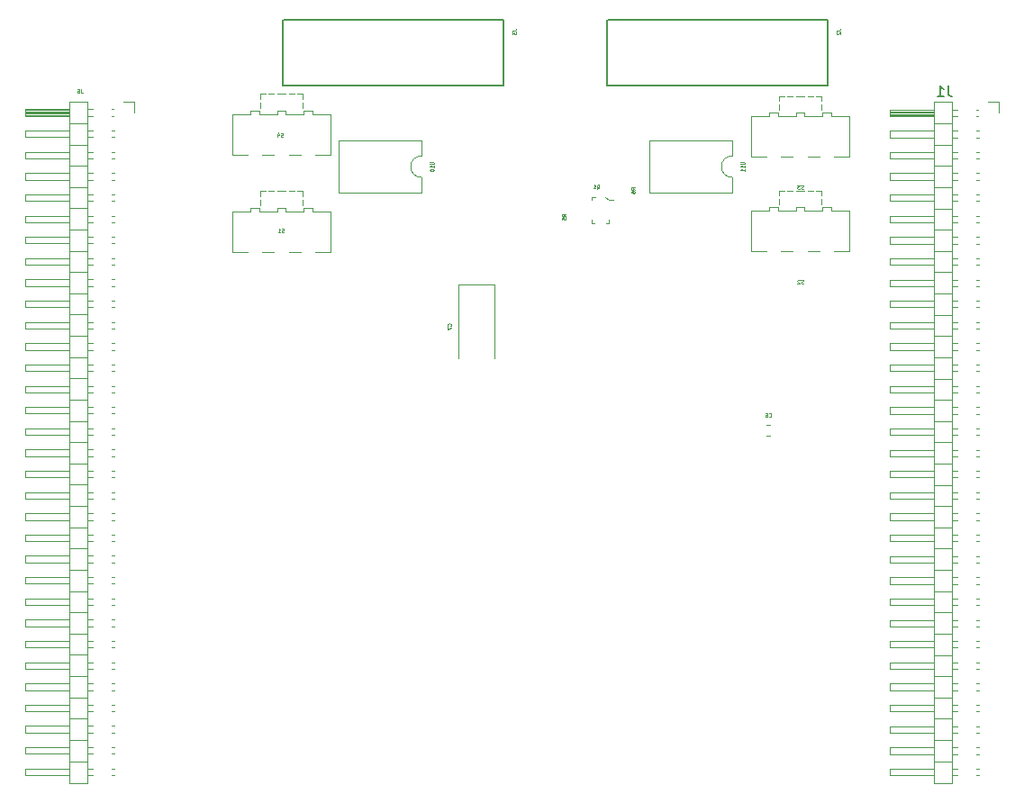
<source format=gbr>
G04 #@! TF.GenerationSoftware,KiCad,Pcbnew,(5.0.2)-1*
G04 #@! TF.CreationDate,2019-03-25T23:56:42-07:00*
G04 #@! TF.ProjectId,SwitcheroModule,53776974-6368-4657-926f-4d6f64756c65,rev?*
G04 #@! TF.SameCoordinates,Original*
G04 #@! TF.FileFunction,Legend,Bot*
G04 #@! TF.FilePolarity,Positive*
%FSLAX46Y46*%
G04 Gerber Fmt 4.6, Leading zero omitted, Abs format (unit mm)*
G04 Created by KiCad (PCBNEW (5.0.2)-1) date 3/25/2019 11:56:42 PM*
%MOMM*%
%LPD*%
G01*
G04 APERTURE LIST*
%ADD10C,0.120000*%
%ADD11C,0.150000*%
%ADD12C,0.100000*%
%ADD13C,0.062500*%
G04 APERTURE END LIST*
D10*
G04 #@! TO.C,J1*
X248020000Y-26892700D02*
X248020000Y-91012700D01*
X248020000Y-91012700D02*
X246400000Y-91012700D01*
X246400000Y-91012700D02*
X246400000Y-26892700D01*
X246400000Y-26892700D02*
X248020000Y-26892700D01*
X246400000Y-27642700D02*
X242200000Y-27642700D01*
X242200000Y-27642700D02*
X242200000Y-28262700D01*
X242200000Y-28262700D02*
X246400000Y-28262700D01*
X246400000Y-27702700D02*
X242200000Y-27702700D01*
X246400000Y-27822700D02*
X242200000Y-27822700D01*
X246400000Y-27942700D02*
X242200000Y-27942700D01*
X246400000Y-28062700D02*
X242200000Y-28062700D01*
X246400000Y-28182700D02*
X242200000Y-28182700D01*
X248577886Y-27642700D02*
X248020000Y-27642700D01*
X248577886Y-28262700D02*
X248020000Y-28262700D01*
X250525000Y-27642700D02*
X250342114Y-27642700D01*
X250525000Y-28262700D02*
X250342114Y-28262700D01*
X248020000Y-28952700D02*
X246400000Y-28952700D01*
X246400000Y-29642700D02*
X242200000Y-29642700D01*
X242200000Y-29642700D02*
X242200000Y-30262700D01*
X242200000Y-30262700D02*
X246400000Y-30262700D01*
X248577886Y-29642700D02*
X248020000Y-29642700D01*
X248577886Y-30262700D02*
X248020000Y-30262700D01*
X250577886Y-29642700D02*
X250342114Y-29642700D01*
X250577886Y-30262700D02*
X250342114Y-30262700D01*
X248020000Y-30952700D02*
X246400000Y-30952700D01*
X246400000Y-31642700D02*
X242200000Y-31642700D01*
X242200000Y-31642700D02*
X242200000Y-32262700D01*
X242200000Y-32262700D02*
X246400000Y-32262700D01*
X248577886Y-31642700D02*
X248020000Y-31642700D01*
X248577886Y-32262700D02*
X248020000Y-32262700D01*
X250577886Y-31642700D02*
X250342114Y-31642700D01*
X250577886Y-32262700D02*
X250342114Y-32262700D01*
X248020000Y-32952700D02*
X246400000Y-32952700D01*
X246400000Y-33642700D02*
X242200000Y-33642700D01*
X242200000Y-33642700D02*
X242200000Y-34262700D01*
X242200000Y-34262700D02*
X246400000Y-34262700D01*
X248577886Y-33642700D02*
X248020000Y-33642700D01*
X248577886Y-34262700D02*
X248020000Y-34262700D01*
X250577886Y-33642700D02*
X250342114Y-33642700D01*
X250577886Y-34262700D02*
X250342114Y-34262700D01*
X248020000Y-34952700D02*
X246400000Y-34952700D01*
X246400000Y-35642700D02*
X242200000Y-35642700D01*
X242200000Y-35642700D02*
X242200000Y-36262700D01*
X242200000Y-36262700D02*
X246400000Y-36262700D01*
X248577886Y-35642700D02*
X248020000Y-35642700D01*
X248577886Y-36262700D02*
X248020000Y-36262700D01*
X250577886Y-35642700D02*
X250342114Y-35642700D01*
X250577886Y-36262700D02*
X250342114Y-36262700D01*
X248020000Y-36952700D02*
X246400000Y-36952700D01*
X246400000Y-37642700D02*
X242200000Y-37642700D01*
X242200000Y-37642700D02*
X242200000Y-38262700D01*
X242200000Y-38262700D02*
X246400000Y-38262700D01*
X248577886Y-37642700D02*
X248020000Y-37642700D01*
X248577886Y-38262700D02*
X248020000Y-38262700D01*
X250577886Y-37642700D02*
X250342114Y-37642700D01*
X250577886Y-38262700D02*
X250342114Y-38262700D01*
X248020000Y-38952700D02*
X246400000Y-38952700D01*
X246400000Y-39642700D02*
X242200000Y-39642700D01*
X242200000Y-39642700D02*
X242200000Y-40262700D01*
X242200000Y-40262700D02*
X246400000Y-40262700D01*
X248577886Y-39642700D02*
X248020000Y-39642700D01*
X248577886Y-40262700D02*
X248020000Y-40262700D01*
X250577886Y-39642700D02*
X250342114Y-39642700D01*
X250577886Y-40262700D02*
X250342114Y-40262700D01*
X248020000Y-40952700D02*
X246400000Y-40952700D01*
X246400000Y-41642700D02*
X242200000Y-41642700D01*
X242200000Y-41642700D02*
X242200000Y-42262700D01*
X242200000Y-42262700D02*
X246400000Y-42262700D01*
X248577886Y-41642700D02*
X248020000Y-41642700D01*
X248577886Y-42262700D02*
X248020000Y-42262700D01*
X250577886Y-41642700D02*
X250342114Y-41642700D01*
X250577886Y-42262700D02*
X250342114Y-42262700D01*
X248020000Y-42952700D02*
X246400000Y-42952700D01*
X246400000Y-43642700D02*
X242200000Y-43642700D01*
X242200000Y-43642700D02*
X242200000Y-44262700D01*
X242200000Y-44262700D02*
X246400000Y-44262700D01*
X248577886Y-43642700D02*
X248020000Y-43642700D01*
X248577886Y-44262700D02*
X248020000Y-44262700D01*
X250577886Y-43642700D02*
X250342114Y-43642700D01*
X250577886Y-44262700D02*
X250342114Y-44262700D01*
X248020000Y-44952700D02*
X246400000Y-44952700D01*
X246400000Y-45642700D02*
X242200000Y-45642700D01*
X242200000Y-45642700D02*
X242200000Y-46262700D01*
X242200000Y-46262700D02*
X246400000Y-46262700D01*
X248577886Y-45642700D02*
X248020000Y-45642700D01*
X248577886Y-46262700D02*
X248020000Y-46262700D01*
X250577886Y-45642700D02*
X250342114Y-45642700D01*
X250577886Y-46262700D02*
X250342114Y-46262700D01*
X248020000Y-46952700D02*
X246400000Y-46952700D01*
X246400000Y-47642700D02*
X242200000Y-47642700D01*
X242200000Y-47642700D02*
X242200000Y-48262700D01*
X242200000Y-48262700D02*
X246400000Y-48262700D01*
X248577886Y-47642700D02*
X248020000Y-47642700D01*
X248577886Y-48262700D02*
X248020000Y-48262700D01*
X250577886Y-47642700D02*
X250342114Y-47642700D01*
X250577886Y-48262700D02*
X250342114Y-48262700D01*
X248020000Y-48952700D02*
X246400000Y-48952700D01*
X246400000Y-49642700D02*
X242200000Y-49642700D01*
X242200000Y-49642700D02*
X242200000Y-50262700D01*
X242200000Y-50262700D02*
X246400000Y-50262700D01*
X248577886Y-49642700D02*
X248020000Y-49642700D01*
X248577886Y-50262700D02*
X248020000Y-50262700D01*
X250577886Y-49642700D02*
X250342114Y-49642700D01*
X250577886Y-50262700D02*
X250342114Y-50262700D01*
X248020000Y-50952700D02*
X246400000Y-50952700D01*
X246400000Y-51642700D02*
X242200000Y-51642700D01*
X242200000Y-51642700D02*
X242200000Y-52262700D01*
X242200000Y-52262700D02*
X246400000Y-52262700D01*
X248577886Y-51642700D02*
X248020000Y-51642700D01*
X248577886Y-52262700D02*
X248020000Y-52262700D01*
X250577886Y-51642700D02*
X250342114Y-51642700D01*
X250577886Y-52262700D02*
X250342114Y-52262700D01*
X248020000Y-52952700D02*
X246400000Y-52952700D01*
X246400000Y-53642700D02*
X242200000Y-53642700D01*
X242200000Y-53642700D02*
X242200000Y-54262700D01*
X242200000Y-54262700D02*
X246400000Y-54262700D01*
X248577886Y-53642700D02*
X248020000Y-53642700D01*
X248577886Y-54262700D02*
X248020000Y-54262700D01*
X250577886Y-53642700D02*
X250342114Y-53642700D01*
X250577886Y-54262700D02*
X250342114Y-54262700D01*
X248020000Y-54952700D02*
X246400000Y-54952700D01*
X246400000Y-55642700D02*
X242200000Y-55642700D01*
X242200000Y-55642700D02*
X242200000Y-56262700D01*
X242200000Y-56262700D02*
X246400000Y-56262700D01*
X248577886Y-55642700D02*
X248020000Y-55642700D01*
X248577886Y-56262700D02*
X248020000Y-56262700D01*
X250577886Y-55642700D02*
X250342114Y-55642700D01*
X250577886Y-56262700D02*
X250342114Y-56262700D01*
X248020000Y-56952700D02*
X246400000Y-56952700D01*
X246400000Y-57642700D02*
X242200000Y-57642700D01*
X242200000Y-57642700D02*
X242200000Y-58262700D01*
X242200000Y-58262700D02*
X246400000Y-58262700D01*
X248577886Y-57642700D02*
X248020000Y-57642700D01*
X248577886Y-58262700D02*
X248020000Y-58262700D01*
X250577886Y-57642700D02*
X250342114Y-57642700D01*
X250577886Y-58262700D02*
X250342114Y-58262700D01*
X248020000Y-58952700D02*
X246400000Y-58952700D01*
X246400000Y-59642700D02*
X242200000Y-59642700D01*
X242200000Y-59642700D02*
X242200000Y-60262700D01*
X242200000Y-60262700D02*
X246400000Y-60262700D01*
X248577886Y-59642700D02*
X248020000Y-59642700D01*
X248577886Y-60262700D02*
X248020000Y-60262700D01*
X250577886Y-59642700D02*
X250342114Y-59642700D01*
X250577886Y-60262700D02*
X250342114Y-60262700D01*
X248020000Y-60952700D02*
X246400000Y-60952700D01*
X246400000Y-61642700D02*
X242200000Y-61642700D01*
X242200000Y-61642700D02*
X242200000Y-62262700D01*
X242200000Y-62262700D02*
X246400000Y-62262700D01*
X248577886Y-61642700D02*
X248020000Y-61642700D01*
X248577886Y-62262700D02*
X248020000Y-62262700D01*
X250577886Y-61642700D02*
X250342114Y-61642700D01*
X250577886Y-62262700D02*
X250342114Y-62262700D01*
X248020000Y-62952700D02*
X246400000Y-62952700D01*
X246400000Y-63642700D02*
X242200000Y-63642700D01*
X242200000Y-63642700D02*
X242200000Y-64262700D01*
X242200000Y-64262700D02*
X246400000Y-64262700D01*
X248577886Y-63642700D02*
X248020000Y-63642700D01*
X248577886Y-64262700D02*
X248020000Y-64262700D01*
X250577886Y-63642700D02*
X250342114Y-63642700D01*
X250577886Y-64262700D02*
X250342114Y-64262700D01*
X248020000Y-64952700D02*
X246400000Y-64952700D01*
X246400000Y-65642700D02*
X242200000Y-65642700D01*
X242200000Y-65642700D02*
X242200000Y-66262700D01*
X242200000Y-66262700D02*
X246400000Y-66262700D01*
X248577886Y-65642700D02*
X248020000Y-65642700D01*
X248577886Y-66262700D02*
X248020000Y-66262700D01*
X250577886Y-65642700D02*
X250342114Y-65642700D01*
X250577886Y-66262700D02*
X250342114Y-66262700D01*
X248020000Y-66952700D02*
X246400000Y-66952700D01*
X246400000Y-67642700D02*
X242200000Y-67642700D01*
X242200000Y-67642700D02*
X242200000Y-68262700D01*
X242200000Y-68262700D02*
X246400000Y-68262700D01*
X248577886Y-67642700D02*
X248020000Y-67642700D01*
X248577886Y-68262700D02*
X248020000Y-68262700D01*
X250577886Y-67642700D02*
X250342114Y-67642700D01*
X250577886Y-68262700D02*
X250342114Y-68262700D01*
X248020000Y-68952700D02*
X246400000Y-68952700D01*
X246400000Y-69642700D02*
X242200000Y-69642700D01*
X242200000Y-69642700D02*
X242200000Y-70262700D01*
X242200000Y-70262700D02*
X246400000Y-70262700D01*
X248577886Y-69642700D02*
X248020000Y-69642700D01*
X248577886Y-70262700D02*
X248020000Y-70262700D01*
X250577886Y-69642700D02*
X250342114Y-69642700D01*
X250577886Y-70262700D02*
X250342114Y-70262700D01*
X248020000Y-70952700D02*
X246400000Y-70952700D01*
X246400000Y-71642700D02*
X242200000Y-71642700D01*
X242200000Y-71642700D02*
X242200000Y-72262700D01*
X242200000Y-72262700D02*
X246400000Y-72262700D01*
X248577886Y-71642700D02*
X248020000Y-71642700D01*
X248577886Y-72262700D02*
X248020000Y-72262700D01*
X250577886Y-71642700D02*
X250342114Y-71642700D01*
X250577886Y-72262700D02*
X250342114Y-72262700D01*
X248020000Y-72952700D02*
X246400000Y-72952700D01*
X246400000Y-73642700D02*
X242200000Y-73642700D01*
X242200000Y-73642700D02*
X242200000Y-74262700D01*
X242200000Y-74262700D02*
X246400000Y-74262700D01*
X248577886Y-73642700D02*
X248020000Y-73642700D01*
X248577886Y-74262700D02*
X248020000Y-74262700D01*
X250577886Y-73642700D02*
X250342114Y-73642700D01*
X250577886Y-74262700D02*
X250342114Y-74262700D01*
X248020000Y-74952700D02*
X246400000Y-74952700D01*
X246400000Y-75642700D02*
X242200000Y-75642700D01*
X242200000Y-75642700D02*
X242200000Y-76262700D01*
X242200000Y-76262700D02*
X246400000Y-76262700D01*
X248577886Y-75642700D02*
X248020000Y-75642700D01*
X248577886Y-76262700D02*
X248020000Y-76262700D01*
X250577886Y-75642700D02*
X250342114Y-75642700D01*
X250577886Y-76262700D02*
X250342114Y-76262700D01*
X248020000Y-76952700D02*
X246400000Y-76952700D01*
X246400000Y-77642700D02*
X242200000Y-77642700D01*
X242200000Y-77642700D02*
X242200000Y-78262700D01*
X242200000Y-78262700D02*
X246400000Y-78262700D01*
X248577886Y-77642700D02*
X248020000Y-77642700D01*
X248577886Y-78262700D02*
X248020000Y-78262700D01*
X250577886Y-77642700D02*
X250342114Y-77642700D01*
X250577886Y-78262700D02*
X250342114Y-78262700D01*
X248020000Y-78952700D02*
X246400000Y-78952700D01*
X246400000Y-79642700D02*
X242200000Y-79642700D01*
X242200000Y-79642700D02*
X242200000Y-80262700D01*
X242200000Y-80262700D02*
X246400000Y-80262700D01*
X248577886Y-79642700D02*
X248020000Y-79642700D01*
X248577886Y-80262700D02*
X248020000Y-80262700D01*
X250577886Y-79642700D02*
X250342114Y-79642700D01*
X250577886Y-80262700D02*
X250342114Y-80262700D01*
X248020000Y-80952700D02*
X246400000Y-80952700D01*
X246400000Y-81642700D02*
X242200000Y-81642700D01*
X242200000Y-81642700D02*
X242200000Y-82262700D01*
X242200000Y-82262700D02*
X246400000Y-82262700D01*
X248577886Y-81642700D02*
X248020000Y-81642700D01*
X248577886Y-82262700D02*
X248020000Y-82262700D01*
X250577886Y-81642700D02*
X250342114Y-81642700D01*
X250577886Y-82262700D02*
X250342114Y-82262700D01*
X248020000Y-82952700D02*
X246400000Y-82952700D01*
X246400000Y-83642700D02*
X242200000Y-83642700D01*
X242200000Y-83642700D02*
X242200000Y-84262700D01*
X242200000Y-84262700D02*
X246400000Y-84262700D01*
X248577886Y-83642700D02*
X248020000Y-83642700D01*
X248577886Y-84262700D02*
X248020000Y-84262700D01*
X250577886Y-83642700D02*
X250342114Y-83642700D01*
X250577886Y-84262700D02*
X250342114Y-84262700D01*
X248020000Y-84952700D02*
X246400000Y-84952700D01*
X246400000Y-85642700D02*
X242200000Y-85642700D01*
X242200000Y-85642700D02*
X242200000Y-86262700D01*
X242200000Y-86262700D02*
X246400000Y-86262700D01*
X248577886Y-85642700D02*
X248020000Y-85642700D01*
X248577886Y-86262700D02*
X248020000Y-86262700D01*
X250577886Y-85642700D02*
X250342114Y-85642700D01*
X250577886Y-86262700D02*
X250342114Y-86262700D01*
X248020000Y-86952700D02*
X246400000Y-86952700D01*
X246400000Y-87642700D02*
X242200000Y-87642700D01*
X242200000Y-87642700D02*
X242200000Y-88262700D01*
X242200000Y-88262700D02*
X246400000Y-88262700D01*
X248577886Y-87642700D02*
X248020000Y-87642700D01*
X248577886Y-88262700D02*
X248020000Y-88262700D01*
X250577886Y-87642700D02*
X250342114Y-87642700D01*
X250577886Y-88262700D02*
X250342114Y-88262700D01*
X248020000Y-88952700D02*
X246400000Y-88952700D01*
X246400000Y-89642700D02*
X242200000Y-89642700D01*
X242200000Y-89642700D02*
X242200000Y-90262700D01*
X242200000Y-90262700D02*
X246400000Y-90262700D01*
X248577886Y-89642700D02*
X248020000Y-89642700D01*
X248577886Y-90262700D02*
X248020000Y-90262700D01*
X250577886Y-89642700D02*
X250342114Y-89642700D01*
X250577886Y-90262700D02*
X250342114Y-90262700D01*
X252460000Y-27952700D02*
X252460000Y-26952700D01*
X252460000Y-26952700D02*
X251460000Y-26952700D01*
G04 #@! TO.C,C6*
X230970267Y-57330000D02*
X230627733Y-57330000D01*
X230970267Y-58350000D02*
X230627733Y-58350000D01*
G04 #@! TO.C,U11*
X227390000Y-32020000D02*
G75*
G03X227390000Y-34020000I0J-1000000D01*
G01*
X227390000Y-34020000D02*
X227390000Y-35470000D01*
X227390000Y-35470000D02*
X219650000Y-35470000D01*
X219650000Y-35470000D02*
X219650000Y-30570000D01*
X219650000Y-30570000D02*
X227390000Y-30570000D01*
X227390000Y-30570000D02*
X227390000Y-32020000D01*
G04 #@! TO.C,U10*
X198180000Y-30570000D02*
X198180000Y-32020000D01*
X190440000Y-30570000D02*
X198180000Y-30570000D01*
X190440000Y-35470000D02*
X190440000Y-30570000D01*
X198180000Y-35470000D02*
X190440000Y-35470000D01*
X198180000Y-34020000D02*
X198180000Y-35470000D01*
X198180000Y-32020000D02*
G75*
G03X198180000Y-34020000I0J-1000000D01*
G01*
G04 #@! TO.C,S2*
X237005069Y-40958858D02*
X238405069Y-40958858D01*
X238405069Y-40958858D02*
X238405069Y-37158858D01*
X229205069Y-37158858D02*
X229205069Y-40958858D01*
X229205069Y-40958858D02*
X230605069Y-40958858D01*
X235605069Y-40958858D02*
X234505069Y-40958858D01*
X234505069Y-40958858D02*
X234505069Y-40958858D01*
X233105069Y-40958858D02*
X232005069Y-40958858D01*
X232005069Y-40958858D02*
X232005069Y-40958858D01*
X238405069Y-37158858D02*
X236705069Y-37158858D01*
X236705069Y-37158858D02*
X236705069Y-36858858D01*
X236705069Y-36858858D02*
X235905069Y-36858858D01*
X235905069Y-36858858D02*
X235905069Y-37158858D01*
X235905069Y-37158858D02*
X234205069Y-37158858D01*
X234205069Y-37158858D02*
X234205069Y-36858858D01*
X234205069Y-36858858D02*
X233405069Y-36858858D01*
X233405069Y-36858858D02*
X233405069Y-37158858D01*
X233405069Y-37158858D02*
X231705069Y-37158858D01*
X231705069Y-37158858D02*
X231705069Y-36858858D01*
X231705069Y-36858858D02*
X230905069Y-36858858D01*
X230905069Y-36858858D02*
X230905069Y-37158858D01*
X230905069Y-37158858D02*
X229205069Y-37158858D01*
X229205069Y-37158858D02*
X229205069Y-37158858D01*
X231805069Y-35258858D02*
X231805069Y-35758858D01*
X231805069Y-35758858D02*
X231805069Y-35758858D01*
X231805069Y-35258858D02*
X232305069Y-35258858D01*
X232305069Y-35258858D02*
X232305069Y-35258858D01*
X235805069Y-35258858D02*
X235305069Y-35258858D01*
X235305069Y-35258858D02*
X235305069Y-35258858D01*
X235805069Y-35258858D02*
X235805069Y-35758858D01*
X235805069Y-35758858D02*
X235805069Y-35758858D01*
X235805069Y-36058858D02*
X235805069Y-36558858D01*
X235805069Y-36558858D02*
X235805069Y-36558858D01*
X231805069Y-36058858D02*
X231805069Y-36558858D01*
X231805069Y-36558858D02*
X231805069Y-36558858D01*
X232605069Y-35258858D02*
X233105069Y-35258858D01*
X233105069Y-35258858D02*
X233105069Y-35258858D01*
X235005069Y-35258858D02*
X234505069Y-35258858D01*
X234505069Y-35258858D02*
X234505069Y-35258858D01*
X234205069Y-35258858D02*
X233405069Y-35258858D01*
X233405069Y-35258858D02*
X233405069Y-35258858D01*
G04 #@! TO.C,S4*
X188239000Y-31872000D02*
X189639000Y-31872000D01*
X189639000Y-31872000D02*
X189639000Y-28072000D01*
X180439000Y-28072000D02*
X180439000Y-31872000D01*
X180439000Y-31872000D02*
X181839000Y-31872000D01*
X186839000Y-31872000D02*
X185739000Y-31872000D01*
X185739000Y-31872000D02*
X185739000Y-31872000D01*
X184339000Y-31872000D02*
X183239000Y-31872000D01*
X183239000Y-31872000D02*
X183239000Y-31872000D01*
X189639000Y-28072000D02*
X187939000Y-28072000D01*
X187939000Y-28072000D02*
X187939000Y-27772000D01*
X187939000Y-27772000D02*
X187139000Y-27772000D01*
X187139000Y-27772000D02*
X187139000Y-28072000D01*
X187139000Y-28072000D02*
X185439000Y-28072000D01*
X185439000Y-28072000D02*
X185439000Y-27772000D01*
X185439000Y-27772000D02*
X184639000Y-27772000D01*
X184639000Y-27772000D02*
X184639000Y-28072000D01*
X184639000Y-28072000D02*
X182939000Y-28072000D01*
X182939000Y-28072000D02*
X182939000Y-27772000D01*
X182939000Y-27772000D02*
X182139000Y-27772000D01*
X182139000Y-27772000D02*
X182139000Y-28072000D01*
X182139000Y-28072000D02*
X180439000Y-28072000D01*
X180439000Y-28072000D02*
X180439000Y-28072000D01*
X183039000Y-26172000D02*
X183039000Y-26672000D01*
X183039000Y-26672000D02*
X183039000Y-26672000D01*
X183039000Y-26172000D02*
X183539000Y-26172000D01*
X183539000Y-26172000D02*
X183539000Y-26172000D01*
X187039000Y-26172000D02*
X186539000Y-26172000D01*
X186539000Y-26172000D02*
X186539000Y-26172000D01*
X187039000Y-26172000D02*
X187039000Y-26672000D01*
X187039000Y-26672000D02*
X187039000Y-26672000D01*
X187039000Y-26972000D02*
X187039000Y-27472000D01*
X187039000Y-27472000D02*
X187039000Y-27472000D01*
X183039000Y-26972000D02*
X183039000Y-27472000D01*
X183039000Y-27472000D02*
X183039000Y-27472000D01*
X183839000Y-26172000D02*
X184339000Y-26172000D01*
X184339000Y-26172000D02*
X184339000Y-26172000D01*
X186239000Y-26172000D02*
X185739000Y-26172000D01*
X185739000Y-26172000D02*
X185739000Y-26172000D01*
X185439000Y-26172000D02*
X184639000Y-26172000D01*
X184639000Y-26172000D02*
X184639000Y-26172000D01*
G04 #@! TO.C,S1*
X184639000Y-35316000D02*
X184639000Y-35316000D01*
X185439000Y-35316000D02*
X184639000Y-35316000D01*
X185739000Y-35316000D02*
X185739000Y-35316000D01*
X186239000Y-35316000D02*
X185739000Y-35316000D01*
X184339000Y-35316000D02*
X184339000Y-35316000D01*
X183839000Y-35316000D02*
X184339000Y-35316000D01*
X183039000Y-36616000D02*
X183039000Y-36616000D01*
X183039000Y-36116000D02*
X183039000Y-36616000D01*
X187039000Y-36616000D02*
X187039000Y-36616000D01*
X187039000Y-36116000D02*
X187039000Y-36616000D01*
X187039000Y-35816000D02*
X187039000Y-35816000D01*
X187039000Y-35316000D02*
X187039000Y-35816000D01*
X186539000Y-35316000D02*
X186539000Y-35316000D01*
X187039000Y-35316000D02*
X186539000Y-35316000D01*
X183539000Y-35316000D02*
X183539000Y-35316000D01*
X183039000Y-35316000D02*
X183539000Y-35316000D01*
X183039000Y-35816000D02*
X183039000Y-35816000D01*
X183039000Y-35316000D02*
X183039000Y-35816000D01*
X180439000Y-37216000D02*
X180439000Y-37216000D01*
X182139000Y-37216000D02*
X180439000Y-37216000D01*
X182139000Y-36916000D02*
X182139000Y-37216000D01*
X182939000Y-36916000D02*
X182139000Y-36916000D01*
X182939000Y-37216000D02*
X182939000Y-36916000D01*
X184639000Y-37216000D02*
X182939000Y-37216000D01*
X184639000Y-36916000D02*
X184639000Y-37216000D01*
X185439000Y-36916000D02*
X184639000Y-36916000D01*
X185439000Y-37216000D02*
X185439000Y-36916000D01*
X187139000Y-37216000D02*
X185439000Y-37216000D01*
X187139000Y-36916000D02*
X187139000Y-37216000D01*
X187939000Y-36916000D02*
X187139000Y-36916000D01*
X187939000Y-37216000D02*
X187939000Y-36916000D01*
X189639000Y-37216000D02*
X187939000Y-37216000D01*
X183239000Y-41016000D02*
X183239000Y-41016000D01*
X184339000Y-41016000D02*
X183239000Y-41016000D01*
X185739000Y-41016000D02*
X185739000Y-41016000D01*
X186839000Y-41016000D02*
X185739000Y-41016000D01*
X180439000Y-41016000D02*
X181839000Y-41016000D01*
X180439000Y-37216000D02*
X180439000Y-41016000D01*
X189639000Y-41016000D02*
X189639000Y-37216000D01*
X188239000Y-41016000D02*
X189639000Y-41016000D01*
G04 #@! TO.C,S3*
X233405069Y-26368858D02*
X233405069Y-26368858D01*
X234205069Y-26368858D02*
X233405069Y-26368858D01*
X234505069Y-26368858D02*
X234505069Y-26368858D01*
X235005069Y-26368858D02*
X234505069Y-26368858D01*
X233105069Y-26368858D02*
X233105069Y-26368858D01*
X232605069Y-26368858D02*
X233105069Y-26368858D01*
X231805069Y-27668858D02*
X231805069Y-27668858D01*
X231805069Y-27168858D02*
X231805069Y-27668858D01*
X235805069Y-27668858D02*
X235805069Y-27668858D01*
X235805069Y-27168858D02*
X235805069Y-27668858D01*
X235805069Y-26868858D02*
X235805069Y-26868858D01*
X235805069Y-26368858D02*
X235805069Y-26868858D01*
X235305069Y-26368858D02*
X235305069Y-26368858D01*
X235805069Y-26368858D02*
X235305069Y-26368858D01*
X232305069Y-26368858D02*
X232305069Y-26368858D01*
X231805069Y-26368858D02*
X232305069Y-26368858D01*
X231805069Y-26868858D02*
X231805069Y-26868858D01*
X231805069Y-26368858D02*
X231805069Y-26868858D01*
X229205069Y-28268858D02*
X229205069Y-28268858D01*
X230905069Y-28268858D02*
X229205069Y-28268858D01*
X230905069Y-27968858D02*
X230905069Y-28268858D01*
X231705069Y-27968858D02*
X230905069Y-27968858D01*
X231705069Y-28268858D02*
X231705069Y-27968858D01*
X233405069Y-28268858D02*
X231705069Y-28268858D01*
X233405069Y-27968858D02*
X233405069Y-28268858D01*
X234205069Y-27968858D02*
X233405069Y-27968858D01*
X234205069Y-28268858D02*
X234205069Y-27968858D01*
X235905069Y-28268858D02*
X234205069Y-28268858D01*
X235905069Y-27968858D02*
X235905069Y-28268858D01*
X236705069Y-27968858D02*
X235905069Y-27968858D01*
X236705069Y-28268858D02*
X236705069Y-27968858D01*
X238405069Y-28268858D02*
X236705069Y-28268858D01*
X232005069Y-32068858D02*
X232005069Y-32068858D01*
X233105069Y-32068858D02*
X232005069Y-32068858D01*
X234505069Y-32068858D02*
X234505069Y-32068858D01*
X235605069Y-32068858D02*
X234505069Y-32068858D01*
X229205069Y-32068858D02*
X230605069Y-32068858D01*
X229205069Y-28268858D02*
X229205069Y-32068858D01*
X238405069Y-32068858D02*
X238405069Y-28268858D01*
X237005069Y-32068858D02*
X238405069Y-32068858D01*
D11*
G04 #@! TO.C,J2*
X236410000Y-25429999D02*
X215710000Y-25430000D01*
X215710000Y-19210001D02*
X236410000Y-19210000D01*
X236410000Y-19210000D02*
X236410000Y-22616667D01*
X236410000Y-22023333D02*
X236410000Y-25429999D01*
X215660000Y-19210000D02*
X215660000Y-22616667D01*
X215660000Y-22020000D02*
X215660000Y-25426666D01*
G04 #@! TO.C,J3*
X185180000Y-22020000D02*
X185180000Y-25426666D01*
X185180000Y-19210000D02*
X185180000Y-22616667D01*
X205930000Y-22023333D02*
X205930000Y-25429999D01*
X205930000Y-19210000D02*
X205930000Y-22616667D01*
X185230000Y-19210001D02*
X205930000Y-19210000D01*
X205930000Y-25429999D02*
X185230000Y-25430000D01*
D12*
G04 #@! TO.C,Q1*
X214211000Y-38309000D02*
X214436000Y-38309000D01*
X214211000Y-38009000D02*
X214211000Y-38309000D01*
X215811000Y-38309000D02*
X215561000Y-38309000D01*
X215811000Y-38034000D02*
X215811000Y-38309000D01*
X214211000Y-35859000D02*
X214511000Y-35859000D01*
X214211000Y-36159000D02*
X214211000Y-35859000D01*
X215811000Y-36159000D02*
X216211000Y-36159000D01*
X215486000Y-35859000D02*
X215811000Y-36159000D01*
D10*
G04 #@! TO.C,C7*
X205077000Y-44126000D02*
X205077000Y-51061000D01*
X201657000Y-44126000D02*
X205077000Y-44126000D01*
X201657000Y-51061000D02*
X201657000Y-44126000D01*
G04 #@! TO.C,J6*
X166740000Y-26880000D02*
X166740000Y-91000000D01*
X166740000Y-91000000D02*
X165120000Y-91000000D01*
X165120000Y-91000000D02*
X165120000Y-26880000D01*
X165120000Y-26880000D02*
X166740000Y-26880000D01*
X165120000Y-27630000D02*
X160920000Y-27630000D01*
X160920000Y-27630000D02*
X160920000Y-28250000D01*
X160920000Y-28250000D02*
X165120000Y-28250000D01*
X165120000Y-27690000D02*
X160920000Y-27690000D01*
X165120000Y-27810000D02*
X160920000Y-27810000D01*
X165120000Y-27930000D02*
X160920000Y-27930000D01*
X165120000Y-28050000D02*
X160920000Y-28050000D01*
X165120000Y-28170000D02*
X160920000Y-28170000D01*
X167297886Y-27630000D02*
X166740000Y-27630000D01*
X167297886Y-28250000D02*
X166740000Y-28250000D01*
X169245000Y-27630000D02*
X169062114Y-27630000D01*
X169245000Y-28250000D02*
X169062114Y-28250000D01*
X166740000Y-28940000D02*
X165120000Y-28940000D01*
X165120000Y-29630000D02*
X160920000Y-29630000D01*
X160920000Y-29630000D02*
X160920000Y-30250000D01*
X160920000Y-30250000D02*
X165120000Y-30250000D01*
X167297886Y-29630000D02*
X166740000Y-29630000D01*
X167297886Y-30250000D02*
X166740000Y-30250000D01*
X169297886Y-29630000D02*
X169062114Y-29630000D01*
X169297886Y-30250000D02*
X169062114Y-30250000D01*
X166740000Y-30940000D02*
X165120000Y-30940000D01*
X165120000Y-31630000D02*
X160920000Y-31630000D01*
X160920000Y-31630000D02*
X160920000Y-32250000D01*
X160920000Y-32250000D02*
X165120000Y-32250000D01*
X167297886Y-31630000D02*
X166740000Y-31630000D01*
X167297886Y-32250000D02*
X166740000Y-32250000D01*
X169297886Y-31630000D02*
X169062114Y-31630000D01*
X169297886Y-32250000D02*
X169062114Y-32250000D01*
X166740000Y-32940000D02*
X165120000Y-32940000D01*
X165120000Y-33630000D02*
X160920000Y-33630000D01*
X160920000Y-33630000D02*
X160920000Y-34250000D01*
X160920000Y-34250000D02*
X165120000Y-34250000D01*
X167297886Y-33630000D02*
X166740000Y-33630000D01*
X167297886Y-34250000D02*
X166740000Y-34250000D01*
X169297886Y-33630000D02*
X169062114Y-33630000D01*
X169297886Y-34250000D02*
X169062114Y-34250000D01*
X166740000Y-34940000D02*
X165120000Y-34940000D01*
X165120000Y-35630000D02*
X160920000Y-35630000D01*
X160920000Y-35630000D02*
X160920000Y-36250000D01*
X160920000Y-36250000D02*
X165120000Y-36250000D01*
X167297886Y-35630000D02*
X166740000Y-35630000D01*
X167297886Y-36250000D02*
X166740000Y-36250000D01*
X169297886Y-35630000D02*
X169062114Y-35630000D01*
X169297886Y-36250000D02*
X169062114Y-36250000D01*
X166740000Y-36940000D02*
X165120000Y-36940000D01*
X165120000Y-37630000D02*
X160920000Y-37630000D01*
X160920000Y-37630000D02*
X160920000Y-38250000D01*
X160920000Y-38250000D02*
X165120000Y-38250000D01*
X167297886Y-37630000D02*
X166740000Y-37630000D01*
X167297886Y-38250000D02*
X166740000Y-38250000D01*
X169297886Y-37630000D02*
X169062114Y-37630000D01*
X169297886Y-38250000D02*
X169062114Y-38250000D01*
X166740000Y-38940000D02*
X165120000Y-38940000D01*
X165120000Y-39630000D02*
X160920000Y-39630000D01*
X160920000Y-39630000D02*
X160920000Y-40250000D01*
X160920000Y-40250000D02*
X165120000Y-40250000D01*
X167297886Y-39630000D02*
X166740000Y-39630000D01*
X167297886Y-40250000D02*
X166740000Y-40250000D01*
X169297886Y-39630000D02*
X169062114Y-39630000D01*
X169297886Y-40250000D02*
X169062114Y-40250000D01*
X166740000Y-40940000D02*
X165120000Y-40940000D01*
X165120000Y-41630000D02*
X160920000Y-41630000D01*
X160920000Y-41630000D02*
X160920000Y-42250000D01*
X160920000Y-42250000D02*
X165120000Y-42250000D01*
X167297886Y-41630000D02*
X166740000Y-41630000D01*
X167297886Y-42250000D02*
X166740000Y-42250000D01*
X169297886Y-41630000D02*
X169062114Y-41630000D01*
X169297886Y-42250000D02*
X169062114Y-42250000D01*
X166740000Y-42940000D02*
X165120000Y-42940000D01*
X165120000Y-43630000D02*
X160920000Y-43630000D01*
X160920000Y-43630000D02*
X160920000Y-44250000D01*
X160920000Y-44250000D02*
X165120000Y-44250000D01*
X167297886Y-43630000D02*
X166740000Y-43630000D01*
X167297886Y-44250000D02*
X166740000Y-44250000D01*
X169297886Y-43630000D02*
X169062114Y-43630000D01*
X169297886Y-44250000D02*
X169062114Y-44250000D01*
X166740000Y-44940000D02*
X165120000Y-44940000D01*
X165120000Y-45630000D02*
X160920000Y-45630000D01*
X160920000Y-45630000D02*
X160920000Y-46250000D01*
X160920000Y-46250000D02*
X165120000Y-46250000D01*
X167297886Y-45630000D02*
X166740000Y-45630000D01*
X167297886Y-46250000D02*
X166740000Y-46250000D01*
X169297886Y-45630000D02*
X169062114Y-45630000D01*
X169297886Y-46250000D02*
X169062114Y-46250000D01*
X166740000Y-46940000D02*
X165120000Y-46940000D01*
X165120000Y-47630000D02*
X160920000Y-47630000D01*
X160920000Y-47630000D02*
X160920000Y-48250000D01*
X160920000Y-48250000D02*
X165120000Y-48250000D01*
X167297886Y-47630000D02*
X166740000Y-47630000D01*
X167297886Y-48250000D02*
X166740000Y-48250000D01*
X169297886Y-47630000D02*
X169062114Y-47630000D01*
X169297886Y-48250000D02*
X169062114Y-48250000D01*
X166740000Y-48940000D02*
X165120000Y-48940000D01*
X165120000Y-49630000D02*
X160920000Y-49630000D01*
X160920000Y-49630000D02*
X160920000Y-50250000D01*
X160920000Y-50250000D02*
X165120000Y-50250000D01*
X167297886Y-49630000D02*
X166740000Y-49630000D01*
X167297886Y-50250000D02*
X166740000Y-50250000D01*
X169297886Y-49630000D02*
X169062114Y-49630000D01*
X169297886Y-50250000D02*
X169062114Y-50250000D01*
X166740000Y-50940000D02*
X165120000Y-50940000D01*
X165120000Y-51630000D02*
X160920000Y-51630000D01*
X160920000Y-51630000D02*
X160920000Y-52250000D01*
X160920000Y-52250000D02*
X165120000Y-52250000D01*
X167297886Y-51630000D02*
X166740000Y-51630000D01*
X167297886Y-52250000D02*
X166740000Y-52250000D01*
X169297886Y-51630000D02*
X169062114Y-51630000D01*
X169297886Y-52250000D02*
X169062114Y-52250000D01*
X166740000Y-52940000D02*
X165120000Y-52940000D01*
X165120000Y-53630000D02*
X160920000Y-53630000D01*
X160920000Y-53630000D02*
X160920000Y-54250000D01*
X160920000Y-54250000D02*
X165120000Y-54250000D01*
X167297886Y-53630000D02*
X166740000Y-53630000D01*
X167297886Y-54250000D02*
X166740000Y-54250000D01*
X169297886Y-53630000D02*
X169062114Y-53630000D01*
X169297886Y-54250000D02*
X169062114Y-54250000D01*
X166740000Y-54940000D02*
X165120000Y-54940000D01*
X165120000Y-55630000D02*
X160920000Y-55630000D01*
X160920000Y-55630000D02*
X160920000Y-56250000D01*
X160920000Y-56250000D02*
X165120000Y-56250000D01*
X167297886Y-55630000D02*
X166740000Y-55630000D01*
X167297886Y-56250000D02*
X166740000Y-56250000D01*
X169297886Y-55630000D02*
X169062114Y-55630000D01*
X169297886Y-56250000D02*
X169062114Y-56250000D01*
X166740000Y-56940000D02*
X165120000Y-56940000D01*
X165120000Y-57630000D02*
X160920000Y-57630000D01*
X160920000Y-57630000D02*
X160920000Y-58250000D01*
X160920000Y-58250000D02*
X165120000Y-58250000D01*
X167297886Y-57630000D02*
X166740000Y-57630000D01*
X167297886Y-58250000D02*
X166740000Y-58250000D01*
X169297886Y-57630000D02*
X169062114Y-57630000D01*
X169297886Y-58250000D02*
X169062114Y-58250000D01*
X166740000Y-58940000D02*
X165120000Y-58940000D01*
X165120000Y-59630000D02*
X160920000Y-59630000D01*
X160920000Y-59630000D02*
X160920000Y-60250000D01*
X160920000Y-60250000D02*
X165120000Y-60250000D01*
X167297886Y-59630000D02*
X166740000Y-59630000D01*
X167297886Y-60250000D02*
X166740000Y-60250000D01*
X169297886Y-59630000D02*
X169062114Y-59630000D01*
X169297886Y-60250000D02*
X169062114Y-60250000D01*
X166740000Y-60940000D02*
X165120000Y-60940000D01*
X165120000Y-61630000D02*
X160920000Y-61630000D01*
X160920000Y-61630000D02*
X160920000Y-62250000D01*
X160920000Y-62250000D02*
X165120000Y-62250000D01*
X167297886Y-61630000D02*
X166740000Y-61630000D01*
X167297886Y-62250000D02*
X166740000Y-62250000D01*
X169297886Y-61630000D02*
X169062114Y-61630000D01*
X169297886Y-62250000D02*
X169062114Y-62250000D01*
X166740000Y-62940000D02*
X165120000Y-62940000D01*
X165120000Y-63630000D02*
X160920000Y-63630000D01*
X160920000Y-63630000D02*
X160920000Y-64250000D01*
X160920000Y-64250000D02*
X165120000Y-64250000D01*
X167297886Y-63630000D02*
X166740000Y-63630000D01*
X167297886Y-64250000D02*
X166740000Y-64250000D01*
X169297886Y-63630000D02*
X169062114Y-63630000D01*
X169297886Y-64250000D02*
X169062114Y-64250000D01*
X166740000Y-64940000D02*
X165120000Y-64940000D01*
X165120000Y-65630000D02*
X160920000Y-65630000D01*
X160920000Y-65630000D02*
X160920000Y-66250000D01*
X160920000Y-66250000D02*
X165120000Y-66250000D01*
X167297886Y-65630000D02*
X166740000Y-65630000D01*
X167297886Y-66250000D02*
X166740000Y-66250000D01*
X169297886Y-65630000D02*
X169062114Y-65630000D01*
X169297886Y-66250000D02*
X169062114Y-66250000D01*
X166740000Y-66940000D02*
X165120000Y-66940000D01*
X165120000Y-67630000D02*
X160920000Y-67630000D01*
X160920000Y-67630000D02*
X160920000Y-68250000D01*
X160920000Y-68250000D02*
X165120000Y-68250000D01*
X167297886Y-67630000D02*
X166740000Y-67630000D01*
X167297886Y-68250000D02*
X166740000Y-68250000D01*
X169297886Y-67630000D02*
X169062114Y-67630000D01*
X169297886Y-68250000D02*
X169062114Y-68250000D01*
X166740000Y-68940000D02*
X165120000Y-68940000D01*
X165120000Y-69630000D02*
X160920000Y-69630000D01*
X160920000Y-69630000D02*
X160920000Y-70250000D01*
X160920000Y-70250000D02*
X165120000Y-70250000D01*
X167297886Y-69630000D02*
X166740000Y-69630000D01*
X167297886Y-70250000D02*
X166740000Y-70250000D01*
X169297886Y-69630000D02*
X169062114Y-69630000D01*
X169297886Y-70250000D02*
X169062114Y-70250000D01*
X166740000Y-70940000D02*
X165120000Y-70940000D01*
X165120000Y-71630000D02*
X160920000Y-71630000D01*
X160920000Y-71630000D02*
X160920000Y-72250000D01*
X160920000Y-72250000D02*
X165120000Y-72250000D01*
X167297886Y-71630000D02*
X166740000Y-71630000D01*
X167297886Y-72250000D02*
X166740000Y-72250000D01*
X169297886Y-71630000D02*
X169062114Y-71630000D01*
X169297886Y-72250000D02*
X169062114Y-72250000D01*
X166740000Y-72940000D02*
X165120000Y-72940000D01*
X165120000Y-73630000D02*
X160920000Y-73630000D01*
X160920000Y-73630000D02*
X160920000Y-74250000D01*
X160920000Y-74250000D02*
X165120000Y-74250000D01*
X167297886Y-73630000D02*
X166740000Y-73630000D01*
X167297886Y-74250000D02*
X166740000Y-74250000D01*
X169297886Y-73630000D02*
X169062114Y-73630000D01*
X169297886Y-74250000D02*
X169062114Y-74250000D01*
X166740000Y-74940000D02*
X165120000Y-74940000D01*
X165120000Y-75630000D02*
X160920000Y-75630000D01*
X160920000Y-75630000D02*
X160920000Y-76250000D01*
X160920000Y-76250000D02*
X165120000Y-76250000D01*
X167297886Y-75630000D02*
X166740000Y-75630000D01*
X167297886Y-76250000D02*
X166740000Y-76250000D01*
X169297886Y-75630000D02*
X169062114Y-75630000D01*
X169297886Y-76250000D02*
X169062114Y-76250000D01*
X166740000Y-76940000D02*
X165120000Y-76940000D01*
X165120000Y-77630000D02*
X160920000Y-77630000D01*
X160920000Y-77630000D02*
X160920000Y-78250000D01*
X160920000Y-78250000D02*
X165120000Y-78250000D01*
X167297886Y-77630000D02*
X166740000Y-77630000D01*
X167297886Y-78250000D02*
X166740000Y-78250000D01*
X169297886Y-77630000D02*
X169062114Y-77630000D01*
X169297886Y-78250000D02*
X169062114Y-78250000D01*
X166740000Y-78940000D02*
X165120000Y-78940000D01*
X165120000Y-79630000D02*
X160920000Y-79630000D01*
X160920000Y-79630000D02*
X160920000Y-80250000D01*
X160920000Y-80250000D02*
X165120000Y-80250000D01*
X167297886Y-79630000D02*
X166740000Y-79630000D01*
X167297886Y-80250000D02*
X166740000Y-80250000D01*
X169297886Y-79630000D02*
X169062114Y-79630000D01*
X169297886Y-80250000D02*
X169062114Y-80250000D01*
X166740000Y-80940000D02*
X165120000Y-80940000D01*
X165120000Y-81630000D02*
X160920000Y-81630000D01*
X160920000Y-81630000D02*
X160920000Y-82250000D01*
X160920000Y-82250000D02*
X165120000Y-82250000D01*
X167297886Y-81630000D02*
X166740000Y-81630000D01*
X167297886Y-82250000D02*
X166740000Y-82250000D01*
X169297886Y-81630000D02*
X169062114Y-81630000D01*
X169297886Y-82250000D02*
X169062114Y-82250000D01*
X166740000Y-82940000D02*
X165120000Y-82940000D01*
X165120000Y-83630000D02*
X160920000Y-83630000D01*
X160920000Y-83630000D02*
X160920000Y-84250000D01*
X160920000Y-84250000D02*
X165120000Y-84250000D01*
X167297886Y-83630000D02*
X166740000Y-83630000D01*
X167297886Y-84250000D02*
X166740000Y-84250000D01*
X169297886Y-83630000D02*
X169062114Y-83630000D01*
X169297886Y-84250000D02*
X169062114Y-84250000D01*
X166740000Y-84940000D02*
X165120000Y-84940000D01*
X165120000Y-85630000D02*
X160920000Y-85630000D01*
X160920000Y-85630000D02*
X160920000Y-86250000D01*
X160920000Y-86250000D02*
X165120000Y-86250000D01*
X167297886Y-85630000D02*
X166740000Y-85630000D01*
X167297886Y-86250000D02*
X166740000Y-86250000D01*
X169297886Y-85630000D02*
X169062114Y-85630000D01*
X169297886Y-86250000D02*
X169062114Y-86250000D01*
X166740000Y-86940000D02*
X165120000Y-86940000D01*
X165120000Y-87630000D02*
X160920000Y-87630000D01*
X160920000Y-87630000D02*
X160920000Y-88250000D01*
X160920000Y-88250000D02*
X165120000Y-88250000D01*
X167297886Y-87630000D02*
X166740000Y-87630000D01*
X167297886Y-88250000D02*
X166740000Y-88250000D01*
X169297886Y-87630000D02*
X169062114Y-87630000D01*
X169297886Y-88250000D02*
X169062114Y-88250000D01*
X166740000Y-88940000D02*
X165120000Y-88940000D01*
X165120000Y-89630000D02*
X160920000Y-89630000D01*
X160920000Y-89630000D02*
X160920000Y-90250000D01*
X160920000Y-90250000D02*
X165120000Y-90250000D01*
X167297886Y-89630000D02*
X166740000Y-89630000D01*
X167297886Y-90250000D02*
X166740000Y-90250000D01*
X169297886Y-89630000D02*
X169062114Y-89630000D01*
X169297886Y-90250000D02*
X169062114Y-90250000D01*
X171180000Y-27940000D02*
X171180000Y-26940000D01*
X171180000Y-26940000D02*
X170180000Y-26940000D01*
G04 #@! TO.C,J1*
D11*
X247693333Y-25405080D02*
X247693333Y-26119366D01*
X247740952Y-26262223D01*
X247836190Y-26357461D01*
X247979047Y-26405080D01*
X248074285Y-26405080D01*
X246693333Y-26405080D02*
X247264761Y-26405080D01*
X246979047Y-26405080D02*
X246979047Y-25405080D01*
X247074285Y-25547938D01*
X247169523Y-25643176D01*
X247264761Y-25690795D01*
G04 #@! TO.C,C6*
D13*
X230857333Y-56535000D02*
X230874000Y-56551666D01*
X230924000Y-56568333D01*
X230957333Y-56568333D01*
X231007333Y-56551666D01*
X231040666Y-56518333D01*
X231057333Y-56485000D01*
X231074000Y-56418333D01*
X231074000Y-56368333D01*
X231057333Y-56301666D01*
X231040666Y-56268333D01*
X231007333Y-56235000D01*
X230957333Y-56218333D01*
X230924000Y-56218333D01*
X230874000Y-56235000D01*
X230857333Y-56251666D01*
X230557333Y-56218333D02*
X230624000Y-56218333D01*
X230657333Y-56235000D01*
X230674000Y-56251666D01*
X230707333Y-56301666D01*
X230724000Y-56368333D01*
X230724000Y-56501666D01*
X230707333Y-56535000D01*
X230690666Y-56551666D01*
X230657333Y-56568333D01*
X230590666Y-56568333D01*
X230557333Y-56551666D01*
X230540666Y-56535000D01*
X230524000Y-56501666D01*
X230524000Y-56418333D01*
X230540666Y-56385000D01*
X230557333Y-56368333D01*
X230590666Y-56351666D01*
X230657333Y-56351666D01*
X230690666Y-56368333D01*
X230707333Y-56385000D01*
X230724000Y-56418333D01*
G04 #@! TO.C,U11*
X228198333Y-32586666D02*
X228481666Y-32586666D01*
X228515000Y-32603333D01*
X228531666Y-32620000D01*
X228548333Y-32653333D01*
X228548333Y-32720000D01*
X228531666Y-32753333D01*
X228515000Y-32770000D01*
X228481666Y-32786666D01*
X228198333Y-32786666D01*
X228548333Y-33136666D02*
X228548333Y-32936666D01*
X228548333Y-33036666D02*
X228198333Y-33036666D01*
X228248333Y-33003333D01*
X228281666Y-32970000D01*
X228298333Y-32936666D01*
X228548333Y-33470000D02*
X228548333Y-33270000D01*
X228548333Y-33370000D02*
X228198333Y-33370000D01*
X228248333Y-33336666D01*
X228281666Y-33303333D01*
X228298333Y-33270000D01*
G04 #@! TO.C,U10*
X198988333Y-32586666D02*
X199271666Y-32586666D01*
X199305000Y-32603333D01*
X199321666Y-32620000D01*
X199338333Y-32653333D01*
X199338333Y-32720000D01*
X199321666Y-32753333D01*
X199305000Y-32770000D01*
X199271666Y-32786666D01*
X198988333Y-32786666D01*
X199338333Y-33136666D02*
X199338333Y-32936666D01*
X199338333Y-33036666D02*
X198988333Y-33036666D01*
X199038333Y-33003333D01*
X199071666Y-32970000D01*
X199088333Y-32936666D01*
X198988333Y-33353333D02*
X198988333Y-33386666D01*
X199005000Y-33420000D01*
X199021666Y-33436666D01*
X199055000Y-33453333D01*
X199121666Y-33470000D01*
X199205000Y-33470000D01*
X199271666Y-33453333D01*
X199305000Y-33436666D01*
X199321666Y-33420000D01*
X199338333Y-33386666D01*
X199338333Y-33353333D01*
X199321666Y-33320000D01*
X199305000Y-33303333D01*
X199271666Y-33286666D01*
X199205000Y-33270000D01*
X199121666Y-33270000D01*
X199055000Y-33286666D01*
X199021666Y-33303333D01*
X199005000Y-33320000D01*
X198988333Y-33353333D01*
G04 #@! TO.C,R5*
X211740333Y-37660666D02*
X211573666Y-37544000D01*
X211740333Y-37460666D02*
X211390333Y-37460666D01*
X211390333Y-37594000D01*
X211407000Y-37627333D01*
X211423666Y-37644000D01*
X211457000Y-37660666D01*
X211507000Y-37660666D01*
X211540333Y-37644000D01*
X211557000Y-37627333D01*
X211573666Y-37594000D01*
X211573666Y-37460666D01*
X211390333Y-37977333D02*
X211390333Y-37810666D01*
X211557000Y-37794000D01*
X211540333Y-37810666D01*
X211523666Y-37844000D01*
X211523666Y-37927333D01*
X211540333Y-37960666D01*
X211557000Y-37977333D01*
X211590333Y-37994000D01*
X211673666Y-37994000D01*
X211707000Y-37977333D01*
X211723666Y-37960666D01*
X211740333Y-37927333D01*
X211740333Y-37844000D01*
X211723666Y-37810666D01*
X211707000Y-37794000D01*
G04 #@! TO.C,R6*
X218246512Y-35189684D02*
X218079845Y-35073018D01*
X218246512Y-34989684D02*
X217896512Y-34989684D01*
X217896512Y-35123018D01*
X217913179Y-35156351D01*
X217929845Y-35173018D01*
X217963179Y-35189684D01*
X218013179Y-35189684D01*
X218046512Y-35173018D01*
X218063179Y-35156351D01*
X218079845Y-35123018D01*
X218079845Y-34989684D01*
X217896512Y-35489684D02*
X217896512Y-35423018D01*
X217913179Y-35389684D01*
X217929845Y-35373018D01*
X217979845Y-35339684D01*
X218046512Y-35323018D01*
X218179845Y-35323018D01*
X218213179Y-35339684D01*
X218229845Y-35356351D01*
X218246512Y-35389684D01*
X218246512Y-35456351D01*
X218229845Y-35489684D01*
X218213179Y-35506351D01*
X218179845Y-35523018D01*
X218096512Y-35523018D01*
X218063179Y-35506351D01*
X218046512Y-35489684D01*
X218029845Y-35456351D01*
X218029845Y-35389684D01*
X218046512Y-35356351D01*
X218063179Y-35339684D01*
X218096512Y-35323018D01*
G04 #@! TO.C,S2*
X234071735Y-44000524D02*
X234021735Y-44017191D01*
X233938402Y-44017191D01*
X233905069Y-44000524D01*
X233888402Y-43983858D01*
X233871735Y-43950524D01*
X233871735Y-43917191D01*
X233888402Y-43883858D01*
X233905069Y-43867191D01*
X233938402Y-43850524D01*
X234005069Y-43833858D01*
X234038402Y-43817191D01*
X234055069Y-43800524D01*
X234071735Y-43767191D01*
X234071735Y-43733858D01*
X234055069Y-43700524D01*
X234038402Y-43683858D01*
X234005069Y-43667191D01*
X233921735Y-43667191D01*
X233871735Y-43683858D01*
X233738402Y-43700524D02*
X233721735Y-43683858D01*
X233688402Y-43667191D01*
X233605069Y-43667191D01*
X233571735Y-43683858D01*
X233555069Y-43700524D01*
X233538402Y-43733858D01*
X233538402Y-43767191D01*
X233555069Y-43817191D01*
X233755069Y-44017191D01*
X233538402Y-44017191D01*
G04 #@! TO.C,S4*
X185178666Y-30177166D02*
X185128666Y-30193833D01*
X185045333Y-30193833D01*
X185012000Y-30177166D01*
X184995333Y-30160500D01*
X184978666Y-30127166D01*
X184978666Y-30093833D01*
X184995333Y-30060500D01*
X185012000Y-30043833D01*
X185045333Y-30027166D01*
X185112000Y-30010500D01*
X185145333Y-29993833D01*
X185162000Y-29977166D01*
X185178666Y-29943833D01*
X185178666Y-29910500D01*
X185162000Y-29877166D01*
X185145333Y-29860500D01*
X185112000Y-29843833D01*
X185028666Y-29843833D01*
X184978666Y-29860500D01*
X184678666Y-29960500D02*
X184678666Y-30193833D01*
X184762000Y-29827166D02*
X184845333Y-30077166D01*
X184628666Y-30077166D01*
G04 #@! TO.C,S1*
X185267566Y-39194166D02*
X185217566Y-39210833D01*
X185134233Y-39210833D01*
X185100900Y-39194166D01*
X185084233Y-39177500D01*
X185067566Y-39144166D01*
X185067566Y-39110833D01*
X185084233Y-39077500D01*
X185100900Y-39060833D01*
X185134233Y-39044166D01*
X185200900Y-39027500D01*
X185234233Y-39010833D01*
X185250900Y-38994166D01*
X185267566Y-38960833D01*
X185267566Y-38927500D01*
X185250900Y-38894166D01*
X185234233Y-38877500D01*
X185200900Y-38860833D01*
X185117566Y-38860833D01*
X185067566Y-38877500D01*
X184734233Y-39210833D02*
X184934233Y-39210833D01*
X184834233Y-39210833D02*
X184834233Y-38860833D01*
X184867566Y-38910833D01*
X184900900Y-38944166D01*
X184934233Y-38960833D01*
G04 #@! TO.C,S3*
X234071735Y-35110524D02*
X234021735Y-35127191D01*
X233938402Y-35127191D01*
X233905069Y-35110524D01*
X233888402Y-35093858D01*
X233871735Y-35060524D01*
X233871735Y-35027191D01*
X233888402Y-34993858D01*
X233905069Y-34977191D01*
X233938402Y-34960524D01*
X234005069Y-34943858D01*
X234038402Y-34927191D01*
X234055069Y-34910524D01*
X234071735Y-34877191D01*
X234071735Y-34843858D01*
X234055069Y-34810524D01*
X234038402Y-34793858D01*
X234005069Y-34777191D01*
X233921735Y-34777191D01*
X233871735Y-34793858D01*
X233755069Y-34777191D02*
X233538402Y-34777191D01*
X233655069Y-34910524D01*
X233605069Y-34910524D01*
X233571735Y-34927191D01*
X233555069Y-34943858D01*
X233538402Y-34977191D01*
X233538402Y-35060524D01*
X233555069Y-35093858D01*
X233571735Y-35110524D01*
X233605069Y-35127191D01*
X233705069Y-35127191D01*
X233738402Y-35110524D01*
X233755069Y-35093858D01*
G04 #@! TO.C,J2*
X237218333Y-20203333D02*
X237468333Y-20203333D01*
X237518333Y-20186666D01*
X237551666Y-20153333D01*
X237568333Y-20103333D01*
X237568333Y-20070000D01*
X237251666Y-20353333D02*
X237235000Y-20370000D01*
X237218333Y-20403333D01*
X237218333Y-20486666D01*
X237235000Y-20520000D01*
X237251666Y-20536666D01*
X237285000Y-20553333D01*
X237318333Y-20553333D01*
X237368333Y-20536666D01*
X237568333Y-20336666D01*
X237568333Y-20553333D01*
G04 #@! TO.C,J3*
X206738333Y-20203333D02*
X206988333Y-20203333D01*
X207038333Y-20186666D01*
X207071666Y-20153333D01*
X207088333Y-20103333D01*
X207088333Y-20070000D01*
X206738333Y-20336666D02*
X206738333Y-20553333D01*
X206871666Y-20436666D01*
X206871666Y-20486666D01*
X206888333Y-20520000D01*
X206905000Y-20536666D01*
X206938333Y-20553333D01*
X207021666Y-20553333D01*
X207055000Y-20536666D01*
X207071666Y-20520000D01*
X207088333Y-20486666D01*
X207088333Y-20386666D01*
X207071666Y-20353333D01*
X207055000Y-20336666D01*
G04 #@! TO.C,Q1*
X214663333Y-35116666D02*
X214696666Y-35100000D01*
X214730000Y-35066666D01*
X214780000Y-35016666D01*
X214813333Y-35000000D01*
X214846666Y-35000000D01*
X214830000Y-35083333D02*
X214863333Y-35066666D01*
X214896666Y-35033333D01*
X214913333Y-34966666D01*
X214913333Y-34850000D01*
X214896666Y-34783333D01*
X214863333Y-34750000D01*
X214830000Y-34733333D01*
X214763333Y-34733333D01*
X214730000Y-34750000D01*
X214696666Y-34783333D01*
X214680000Y-34850000D01*
X214680000Y-34966666D01*
X214696666Y-35033333D01*
X214730000Y-35066666D01*
X214763333Y-35083333D01*
X214830000Y-35083333D01*
X214346666Y-35083333D02*
X214546666Y-35083333D01*
X214446666Y-35083333D02*
X214446666Y-34733333D01*
X214480000Y-34783333D01*
X214513333Y-34816666D01*
X214546666Y-34833333D01*
G04 #@! TO.C,C7*
X200942000Y-48002666D02*
X200958666Y-47986000D01*
X200975333Y-47936000D01*
X200975333Y-47902666D01*
X200958666Y-47852666D01*
X200925333Y-47819333D01*
X200892000Y-47802666D01*
X200825333Y-47786000D01*
X200775333Y-47786000D01*
X200708666Y-47802666D01*
X200675333Y-47819333D01*
X200642000Y-47852666D01*
X200625333Y-47902666D01*
X200625333Y-47936000D01*
X200642000Y-47986000D01*
X200658666Y-48002666D01*
X200625333Y-48119333D02*
X200625333Y-48352666D01*
X200975333Y-48202666D01*
G04 #@! TO.C,J6*
X166196666Y-25748333D02*
X166196666Y-25998333D01*
X166213333Y-26048333D01*
X166246666Y-26081666D01*
X166296666Y-26098333D01*
X166330000Y-26098333D01*
X165880000Y-25748333D02*
X165946666Y-25748333D01*
X165980000Y-25765000D01*
X165996666Y-25781666D01*
X166030000Y-25831666D01*
X166046666Y-25898333D01*
X166046666Y-26031666D01*
X166030000Y-26065000D01*
X166013333Y-26081666D01*
X165980000Y-26098333D01*
X165913333Y-26098333D01*
X165880000Y-26081666D01*
X165863333Y-26065000D01*
X165846666Y-26031666D01*
X165846666Y-25948333D01*
X165863333Y-25915000D01*
X165880000Y-25898333D01*
X165913333Y-25881666D01*
X165980000Y-25881666D01*
X166013333Y-25898333D01*
X166030000Y-25915000D01*
X166046666Y-25948333D01*
G04 #@! TD*
M02*

</source>
